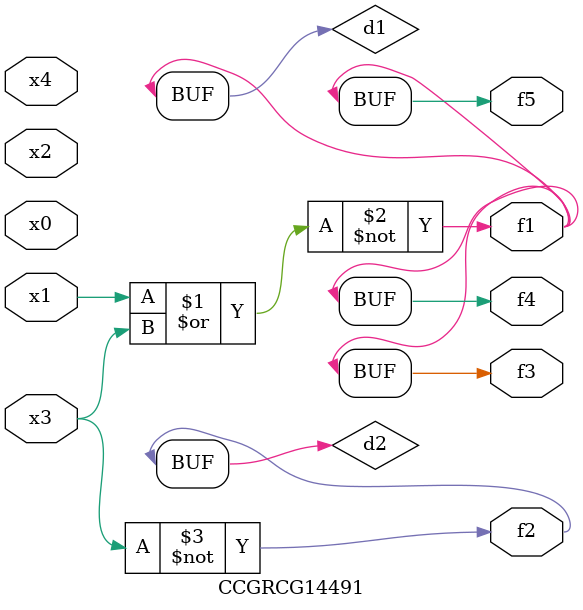
<source format=v>
module CCGRCG14491(
	input x0, x1, x2, x3, x4,
	output f1, f2, f3, f4, f5
);

	wire d1, d2;

	nor (d1, x1, x3);
	not (d2, x3);
	assign f1 = d1;
	assign f2 = d2;
	assign f3 = d1;
	assign f4 = d1;
	assign f5 = d1;
endmodule

</source>
